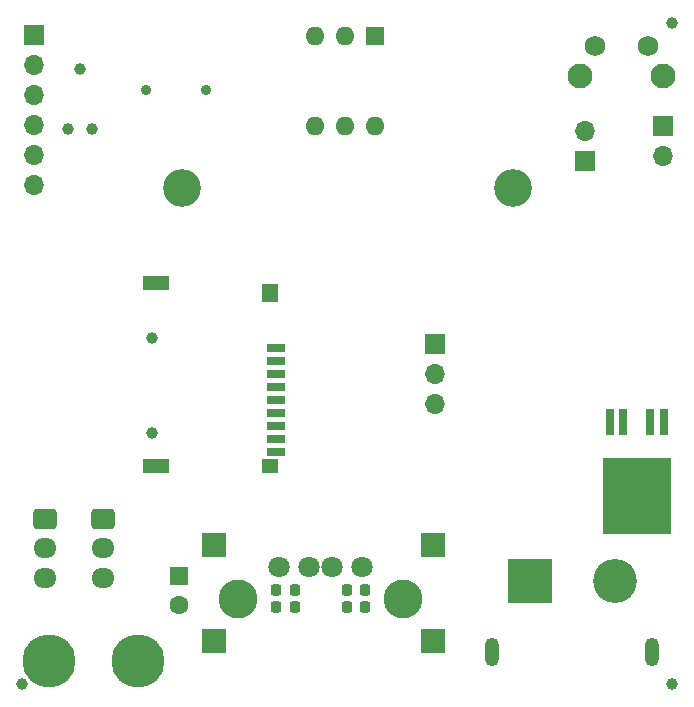
<source format=gbr>
%TF.GenerationSoftware,KiCad,Pcbnew,7.0.7*%
%TF.CreationDate,2023-09-07T10:43:14+02:00*%
%TF.ProjectId,KXKM_ESP32_battery_management_board,4b584b4d-5f45-4535-9033-325f62617474,3.2*%
%TF.SameCoordinates,PX623a7c0PY839b680*%
%TF.FileFunction,Soldermask,Bot*%
%TF.FilePolarity,Negative*%
%FSLAX46Y46*%
G04 Gerber Fmt 4.6, Leading zero omitted, Abs format (unit mm)*
G04 Created by KiCad (PCBNEW 7.0.7) date 2023-09-07 10:43:14*
%MOMM*%
%LPD*%
G01*
G04 APERTURE LIST*
G04 Aperture macros list*
%AMRoundRect*
0 Rectangle with rounded corners*
0 $1 Rounding radius*
0 $2 $3 $4 $5 $6 $7 $8 $9 X,Y pos of 4 corners*
0 Add a 4 corners polygon primitive as box body*
4,1,4,$2,$3,$4,$5,$6,$7,$8,$9,$2,$3,0*
0 Add four circle primitives for the rounded corners*
1,1,$1+$1,$2,$3*
1,1,$1+$1,$4,$5*
1,1,$1+$1,$6,$7*
1,1,$1+$1,$8,$9*
0 Add four rect primitives between the rounded corners*
20,1,$1+$1,$2,$3,$4,$5,0*
20,1,$1+$1,$4,$5,$6,$7,0*
20,1,$1+$1,$6,$7,$8,$9,0*
20,1,$1+$1,$8,$9,$2,$3,0*%
G04 Aperture macros list end*
%ADD10C,4.500880*%
%ADD11C,1.800000*%
%ADD12C,3.300000*%
%ADD13C,3.200000*%
%ADD14R,1.700000X1.700000*%
%ADD15O,1.700000X1.700000*%
%ADD16C,0.900000*%
%ADD17C,2.100000*%
%ADD18C,1.750000*%
%ADD19R,2.000000X2.000000*%
%ADD20C,0.990600*%
%ADD21RoundRect,0.250000X-0.725000X0.600000X-0.725000X-0.600000X0.725000X-0.600000X0.725000X0.600000X0*%
%ADD22O,1.950000X1.700000*%
%ADD23R,1.600000X1.600000*%
%ADD24O,1.600000X1.600000*%
%ADD25R,3.716000X3.716000*%
%ADD26C,3.716000*%
%ADD27O,1.200000X2.400000*%
%ADD28C,1.600000*%
%ADD29C,1.000000*%
%ADD30RoundRect,0.218750X0.218750X0.256250X-0.218750X0.256250X-0.218750X-0.256250X0.218750X-0.256250X0*%
%ADD31RoundRect,0.218750X-0.218750X-0.256250X0.218750X-0.256250X0.218750X0.256250X-0.218750X0.256250X0*%
%ADD32R,1.600000X0.700000*%
%ADD33R,1.400000X1.200000*%
%ADD34R,1.400000X1.600000*%
%ADD35R,2.200000X1.200000*%
%ADD36R,0.800000X2.200000*%
%ADD37R,5.800000X6.400000*%
G04 APERTURE END LIST*
D10*
%TO.C,J16*%
X3000000Y2750000D03*
%TD*%
%TO.C,J15*%
X10500000Y2750000D03*
%TD*%
D11*
%TO.C,J9*%
X22500000Y10710000D03*
X25000000Y10710000D03*
X27000000Y10710000D03*
X29500000Y10710000D03*
D12*
X19000000Y8000000D03*
X33000000Y8000000D03*
%TD*%
D13*
%TO.C,MK2*%
X42250000Y42750000D03*
%TD*%
%TO.C,MK1*%
X14250000Y42750000D03*
%TD*%
D14*
%TO.C,J1*%
X1750000Y55750000D03*
D15*
X1750000Y53210000D03*
X1750000Y50670000D03*
X1750000Y48130000D03*
X1750000Y45590000D03*
X1750000Y43050000D03*
%TD*%
D16*
%TO.C,SW4*%
X16250000Y51080000D03*
X11250000Y51080000D03*
%TD*%
D17*
%TO.C,SW3*%
X47990000Y52260000D03*
X55000000Y52260000D03*
D18*
X49240000Y54750000D03*
X53740000Y54750000D03*
%TD*%
D14*
%TO.C,J6*%
X35650000Y29550000D03*
D15*
X35650000Y27010000D03*
X35650000Y24470000D03*
%TD*%
D19*
%TO.C,U5*%
X35500000Y4440000D03*
X35500000Y12560000D03*
X17000000Y4440000D03*
X17000000Y12560000D03*
%TD*%
D20*
%TO.C,P1*%
X5640000Y52840000D03*
X6656000Y47760000D03*
X4624000Y47760000D03*
%TD*%
D21*
%TO.C,J8*%
X7536000Y14770000D03*
D22*
X7536000Y12270000D03*
X7536000Y9770000D03*
%TD*%
D21*
%TO.C,J7*%
X2664000Y14770000D03*
D22*
X2664000Y12270000D03*
X2664000Y9770000D03*
%TD*%
D14*
%TO.C,J5*%
X55013400Y48012800D03*
D15*
X55013400Y45472800D03*
%TD*%
D23*
%TO.C,SW2*%
X30560000Y55640000D03*
D24*
X28020000Y55640000D03*
X25480000Y55640000D03*
X25480000Y48020000D03*
X28020000Y48020000D03*
X30560000Y48020000D03*
%TD*%
D25*
%TO.C,J10*%
X43691800Y9504550D03*
D26*
X50891800Y9504550D03*
D27*
X40541800Y3504550D03*
X54041800Y3504550D03*
%TD*%
D23*
%TO.C,C13*%
X13992400Y9919112D03*
D28*
X13992400Y7419112D03*
%TD*%
D14*
%TO.C,J12*%
X48384000Y45031000D03*
D15*
X48384000Y47571000D03*
%TD*%
D29*
%TO.C,FID4*%
X55750000Y750000D03*
%TD*%
%TO.C,FID5*%
X750000Y750000D03*
%TD*%
%TO.C,FID6*%
X55750000Y56750000D03*
%TD*%
D30*
%TO.C,R13*%
X29787500Y7250000D03*
X28212500Y7250000D03*
%TD*%
D31*
%TO.C,R29*%
X22212500Y7250000D03*
X23787500Y7250000D03*
%TD*%
D30*
%TO.C,R30*%
X23787500Y8750000D03*
X22212500Y8750000D03*
%TD*%
D31*
%TO.C,R14*%
X28212500Y8750000D03*
X29787500Y8750000D03*
%TD*%
D29*
%TO.C,J4*%
X11697000Y22052000D03*
X11697000Y30052000D03*
D32*
X22197000Y29252000D03*
X22197000Y28152000D03*
X22197000Y27052000D03*
X22197000Y25952000D03*
X22197000Y24852000D03*
X22197000Y23752000D03*
X22197000Y22652000D03*
X22197000Y21552000D03*
X22197000Y20452000D03*
D33*
X21697000Y19252000D03*
D34*
X21697000Y33852000D03*
D35*
X12097000Y34752000D03*
X12097000Y19252000D03*
%TD*%
D36*
%TO.C,U4*%
X50497200Y22991000D03*
X51637200Y22991000D03*
D37*
X52777200Y16691000D03*
D36*
X53917200Y22991000D03*
X55057200Y22991000D03*
%TD*%
M02*

</source>
